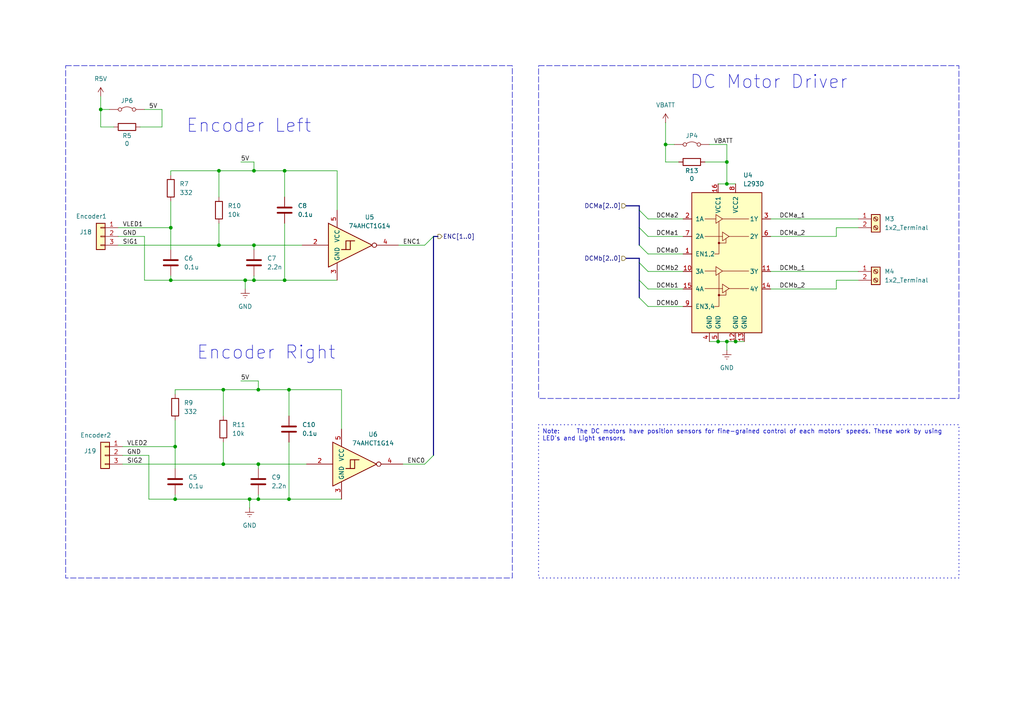
<source format=kicad_sch>
(kicad_sch (version 20231120) (generator "eeschema") (generator_version "8.0")
  (paper "A4")
  (title_block (title "Drive Motors") (rev "5.1") (company "ESE - Conestoga") (comment 1 "Nigel Sinclair"))
  (lib_symbols
    (symbol "74xGxx:74AHCT1G14"
      (property "Reference" "U" (at 0 3.81 0))
      (property "Value" "74AHCT1G14" (at 0 -3.81 0))
      (symbol "74AHCT1G14_0_1"
        (polyline (pts (xy -7.62 6.35) (xy -7.62 -6.35) (xy 5.08 0) (xy -7.62 6.35)) (stroke (width 0.254)) (fill (type background)))
      )
      (symbol "74AHCT1G14_1_1"
        (polyline (pts (xy -3.81 -1.27) (xy -1.27 -1.27) (xy -1.27 1.27)) (stroke (width 0.254)))
        (polyline (pts (xy -2.54 -1.27) (xy -2.54 1.27) (xy 0 1.27)) (stroke (width 0.254)))
        (pin no_connect line (at -7.62 5.08 180) (length 5.08) hide (name "NC") (number "1"))
        (pin input line (at -15.24 0 0) (length 7.62) (name "~") (number "2"))
        (pin power_in line (at -5.08 -10.16 90) (length 5.08) (name "GND") (number "3"))
        (pin output inverted (at 12.7 0 180) (length 7.62) (name "~") (number "4"))
        (pin power_in line (at -5.08 10.16 270) (length 5.08) (name "VCC") (number "5"))
      )
    )
    (symbol "Connector:Screw_Terminal_01x02" (pin_names (offset 1.016) hide)
      (property "Reference" "J" (at 0 2.54 0))
      (property "Value" "Screw_Terminal_01x02" (at 0 -5.08 0))
      (symbol "Screw_Terminal_01x02_1_1"
        (rectangle (start -1.27 1.27) (end 1.27 -3.81) (stroke (width 0.254)) (fill (type background)))
        (circle (center 0 -2.54) (radius 0.635) (stroke (width 0.1524)))
        (polyline (pts (xy -0.5334 -2.2098) (xy 0.3302 -3.048)) (stroke (width 0.1524)))
        (polyline (pts (xy -0.5334 0.3302) (xy 0.3302 -0.508)) (stroke (width 0.1524)))
        (polyline (pts (xy -0.3556 -2.032) (xy 0.508 -2.8702)) (stroke (width 0.1524)))
        (polyline (pts (xy -0.3556 0.508) (xy 0.508 -0.3302)) (stroke (width 0.1524)))
        (circle (center 0 0) (radius 0.635) (stroke (width 0.1524)))
        (pin passive line (at -5.08 0 0) (length 3.81) (name "Pin_1") (number "1"))
        (pin passive line (at -5.08 -2.54 0) (length 3.81) (name "Pin_2") (number "2"))
      )
    )
    (symbol "Connector_Generic:Conn_01x03" (pin_names (offset 1.016) hide)
      (property "Reference" "J" (at 0 5.08 0))
      (property "Value" "Conn_01x03" (at 0 -5.08 0))
      (symbol "Conn_01x03_1_1"
        (rectangle (start -1.27 -2.413) (end 0 -2.667) (stroke (width 0.1524)))
        (rectangle (start -1.27 0.127) (end 0 -0.127) (stroke (width 0.1524)))
        (rectangle (start -1.27 2.667) (end 0 2.413) (stroke (width 0.1524)))
        (rectangle (start -1.27 3.81) (end 1.27 -3.81) (stroke (width 0.254)) (fill (type background)))
        (pin passive line (at -5.08 2.54 0) (length 3.81) (name "Pin_1") (number "1"))
        (pin passive line (at -5.08 0 0) (length 3.81) (name "Pin_2") (number "2"))
        (pin passive line (at -5.08 -2.54 0) (length 3.81) (name "Pin_3") (number "3"))
      )
    )
    (symbol "Device:C" (pin_numbers hide) (pin_names (offset 0.254))
      (property "Reference" "C" (at 0.635 2.54 0))
      (property "Value" "C" (at 0.635 -2.54 0))
      (symbol "C_0_1"
        (polyline (pts (xy -2.032 -0.762) (xy 2.032 -0.762)) (stroke (width 0.508)))
        (polyline (pts (xy -2.032 0.762) (xy 2.032 0.762)) (stroke (width 0.508)))
      )
      (symbol "C_1_1"
        (pin passive line (at 0 3.81 270) (length 2.794) (name "~") (number "1"))
        (pin passive line (at 0 -3.81 90) (length 2.794) (name "~") (number "2"))
      )
    )
    (symbol "Device:R" (pin_numbers hide) (pin_names (offset 0))
      (property "Reference" "R" (at 2.032 0 90))
      (property "Value" "R" (at 0 0 90))
      (symbol "R_0_1"
        (rectangle (start -1.016 -2.54) (end 1.016 2.54) (stroke (width 0.254)))
      )
      (symbol "R_1_1"
        (pin passive line (at 0 3.81 270) (length 1.27) (name "~") (number "1"))
        (pin passive line (at 0 -3.81 90) (length 1.27) (name "~") (number "2"))
      )
    )
    (symbol "Driver_Motor:L293D" (pin_names (offset 1.016))
      (property "Reference" "U" (at -5.08 26.035 0))
      (property "Value" "L293D" (at -5.08 24.13 0))
      (symbol "L293D_0_1"
        (rectangle (start -10.16 22.86) (end 10.16 -17.78) (stroke (width 0.254)) (fill (type background)))
        (circle (center -2.286 -6.858) (radius 0.254) (fill (type outline)))
        (circle (center -2.286 8.255) (radius 0.254) (fill (type outline)))
        (polyline (pts (xy -6.35 -4.953) (xy -1.27 -4.953)))
        (polyline (pts (xy -6.35 0.127) (xy -3.175 0.127)))
        (polyline (pts (xy -6.35 10.16) (xy -1.27 10.16)))
        (polyline (pts (xy -6.35 15.24) (xy -3.175 15.24)))
        (polyline (pts (xy -1.27 0.127) (xy 6.35 0.127)))
        (polyline (pts (xy -1.27 15.24) (xy 6.35 15.24)))
        (polyline (pts (xy 0.635 -4.953) (xy 6.35 -4.953)))
        (polyline (pts (xy 0.635 10.16) (xy 6.35 10.16)))
        (polyline (pts (xy -2.286 -6.858) (xy -0.254 -6.858) (xy -0.254 -5.588)))
        (polyline (pts (xy -2.286 -0.635) (xy -2.286 -10.16) (xy -3.556 -10.16)))
        (polyline (pts (xy -2.286 8.255) (xy -0.254 8.255) (xy -0.254 9.525)))
        (polyline (pts (xy -2.286 14.478) (xy -2.286 5.08) (xy -3.556 5.08)))
        (polyline (pts (xy -3.175 1.397) (xy -3.175 -1.143) (xy -1.27 0.127) (xy -3.175 1.397)))
        (polyline (pts (xy -3.175 16.51) (xy -3.175 13.97) (xy -1.27 15.24) (xy -3.175 16.51)))
        (polyline (pts (xy -1.27 -3.683) (xy -1.27 -6.223) (xy 0.635 -4.953) (xy -1.27 -3.683)))
        (polyline (pts (xy -1.27 11.43) (xy -1.27 8.89) (xy 0.635 10.16) (xy -1.27 11.43)))
      )
      (symbol "L293D_1_1"
        (pin input line (at -12.7 5.08 0) (length 2.54) (name "EN1,2") (number "1"))
        (pin input line (at -12.7 0 0) (length 2.54) (name "3A") (number "10"))
        (pin output line (at 12.7 0 180) (length 2.54) (name "3Y") (number "11"))
        (pin power_in line (at 2.54 -20.32 90) (length 2.54) (name "GND") (number "12"))
        (pin power_in line (at 5.08 -20.32 90) (length 2.54) (name "GND") (number "13"))
        (pin output line (at 12.7 -5.08 180) (length 2.54) (name "4Y") (number "14"))
        (pin input line (at -12.7 -5.08 0) (length 2.54) (name "4A") (number "15"))
        (pin power_in line (at -2.54 25.4 270) (length 2.54) (name "VCC1") (number "16"))
        (pin input line (at -12.7 15.24 0) (length 2.54) (name "1A") (number "2"))
        (pin output line (at 12.7 15.24 180) (length 2.54) (name "1Y") (number "3"))
        (pin power_in line (at -5.08 -20.32 90) (length 2.54) (name "GND") (number "4"))
        (pin power_in line (at -2.54 -20.32 90) (length 2.54) (name "GND") (number "5"))
        (pin output line (at 12.7 10.16 180) (length 2.54) (name "2Y") (number "6"))
        (pin input line (at -12.7 10.16 0) (length 2.54) (name "2A") (number "7"))
        (pin power_in line (at 2.54 25.4 270) (length 2.54) (name "VCC2") (number "8"))
        (pin input line (at -12.7 -10.16 0) (length 2.54) (name "EN3,4") (number "9"))
      )
    )
    (symbol "Jumper:Jumper_2_Bridged" (pin_numbers hide) (pin_names (offset 0) hide) (exclude_from_sim yes)
      (property "Reference" "JP" (at 0 1.905 0))
      (property "Value" "Jumper_2_Bridged" (at 0 -2.54 0))
      (symbol "Jumper_2_Bridged_0_0"
        (circle (center -2.032 0) (radius 0.508))
        (circle (center 2.032 0) (radius 0.508))
      )
      (symbol "Jumper_2_Bridged_0_1"
        (arc (start 1.524 0.254) (mid 0 0.762) (end -1.524 0.254))
      )
      (symbol "Jumper_2_Bridged_1_1"
        (pin passive line (at -5.08 0 0) (length 2.54) (name "A") (number "1"))
        (pin passive line (at 5.08 0 180) (length 2.54) (name "B") (number "2"))
      )
    )
    (symbol "power:+3V3" (power) (pin_numbers hide) (pin_names (offset 0) hide)
      (property "Value" "+3V3" (at 0 3.556 0))
      (symbol "+3V3_0_1"
        (polyline (pts (xy -0.762 1.27) (xy 0 2.54)))
        (polyline (pts (xy 0 0) (xy 0 2.54)))
        (polyline (pts (xy 0 2.54) (xy 0.762 1.27)))
      )
      (symbol "+3V3_1_1"
        (pin power_in line (at 0 0 90) (length 0) (name "~") (number "1"))
      )
    )
    (symbol "power:GNDREF" (power) (pin_numbers hide) (pin_names (offset 0) hide)
      (property "Value" "GNDREF" (at 0 -3.81 0))
      (symbol "GNDREF_0_1"
        (polyline (pts (xy -0.635 -1.905) (xy 0.635 -1.905)))
        (polyline (pts (xy -0.127 -2.54) (xy 0.127 -2.54)))
        (polyline (pts (xy 0 -1.27) (xy 0 0)))
        (polyline (pts (xy 1.27 -1.27) (xy -1.27 -1.27)))
      )
      (symbol "GNDREF_1_1"
        (pin power_in line (at 0 0 270) (length 0) (name "~") (number "1"))
      )
    )
  )
  (junction (at 73.66 81.28))
  (junction (at 73.66 71.12))
  (junction (at 74.93 113.03))
  (junction (at 210.82 99.06))
  (junction (at 73.66 49.53))
  (junction (at 210.82 46.99))
  (junction (at 83.82 144.78))
  (junction (at 63.5 71.12))
  (junction (at 50.8 129.54))
  (junction (at 210.82 53.34))
  (junction (at 82.55 49.53))
  (junction (at 64.77 113.03))
  (junction (at 74.93 134.62))
  (junction (at 49.53 66.04))
  (junction (at 49.53 81.28))
  (junction (at 83.82 113.03))
  (junction (at 64.77 134.62))
  (junction (at 208.28 99.06))
  (junction (at 82.55 81.28))
  (junction (at 29.21 31.75))
  (junction (at 72.39 144.78))
  (junction (at 50.8 144.78))
  (junction (at 74.93 144.78))
  (junction (at 71.12 81.28))
  (junction (at 213.36 99.06))
  (junction (at 63.5 49.53))
  (junction (at 193.04 41.91))
  (bus_entry (at 185.42 86.36) (size 2.54 2.54))
  (bus_entry (at 185.42 81.28) (size 2.54 2.54))
  (bus_entry (at 185.42 71.12) (size 2.54 2.54))
  (bus_entry (at 185.42 66.04) (size 2.54 2.54))
  (bus_entry (at 185.42 60.96) (size 2.54 2.54))
  (bus_entry (at 123.19 71.12) (size 2.54 -2.54))
  (bus_entry (at 123.19 134.62) (size 2.54 -2.54))
  (bus_entry (at 185.42 76.2) (size 2.54 2.54))
  (wire (pts (xy 83.82 128.27) (xy 83.82 144.78)))
  (wire (pts (xy 46.99 31.75) (xy 46.99 36.83)))
  (bus (pts (xy 181.61 59.69) (xy 185.42 59.69)))
  (wire (pts (xy 242.57 81.28) (xy 248.92 81.28)))
  (wire (pts (xy 64.77 113.03) (xy 50.8 113.03)))
  (wire (pts (xy 74.93 135.89) (xy 74.93 134.62)))
  (wire (pts (xy 50.8 113.03) (xy 50.8 114.3)))
  (bus (pts (xy 185.42 60.96) (xy 185.42 66.04)))
  (wire (pts (xy 41.91 68.58) (xy 41.91 81.28)))
  (wire (pts (xy 210.82 46.99) (xy 210.82 53.34)))
  (bus (pts (xy 185.42 59.69) (xy 185.42 60.96)))
  (wire (pts (xy 29.21 31.75) (xy 29.21 36.83)))
  (wire (pts (xy 72.39 144.78) (xy 74.93 144.78)))
  (wire (pts (xy 223.52 63.5) (xy 248.92 63.5)))
  (wire (pts (xy 50.8 129.54) (xy 50.8 135.89)))
  (wire (pts (xy 35.56 134.62) (xy 64.77 134.62)))
  (wire (pts (xy 82.55 49.53) (xy 82.55 57.15)))
  (wire (pts (xy 69.85 110.49) (xy 74.93 110.49)))
  (wire (pts (xy 50.8 121.92) (xy 50.8 129.54)))
  (wire (pts (xy 50.8 144.78) (xy 72.39 144.78)))
  (bus (pts (xy 181.61 74.93) (xy 185.42 74.93)))
  (wire (pts (xy 82.55 49.53) (xy 97.79 49.53)))
  (wire (pts (xy 74.93 144.78) (xy 83.82 144.78)))
  (wire (pts (xy 34.29 68.58) (xy 41.91 68.58)))
  (wire (pts (xy 196.85 46.99) (xy 193.04 46.99)))
  (wire (pts (xy 74.93 113.03) (xy 64.77 113.03)))
  (wire (pts (xy 187.96 63.5) (xy 198.12 63.5)))
  (wire (pts (xy 71.12 81.28) (xy 73.66 81.28)))
  (wire (pts (xy 97.79 60.96) (xy 97.79 49.53)))
  (wire (pts (xy 50.8 143.51) (xy 50.8 144.78)))
  (wire (pts (xy 74.93 113.03) (xy 83.82 113.03)))
  (wire (pts (xy 64.77 120.65) (xy 64.77 113.03)))
  (wire (pts (xy 205.74 99.06) (xy 208.28 99.06)))
  (wire (pts (xy 242.57 83.82) (xy 242.57 81.28)))
  (wire (pts (xy 49.53 81.28) (xy 71.12 81.28)))
  (wire (pts (xy 193.04 41.91) (xy 193.04 46.99)))
  (wire (pts (xy 208.28 99.06) (xy 210.82 99.06)))
  (wire (pts (xy 83.82 144.78) (xy 99.06 144.78)))
  (wire (pts (xy 73.66 49.53) (xy 82.55 49.53)))
  (wire (pts (xy 223.52 83.82) (xy 242.57 83.82)))
  (wire (pts (xy 33.02 36.83) (xy 29.21 36.83)))
  (wire (pts (xy 63.5 71.12) (xy 73.66 71.12)))
  (wire (pts (xy 49.53 66.04) (xy 49.53 72.39)))
  (wire (pts (xy 187.96 88.9) (xy 198.12 88.9)))
  (wire (pts (xy 29.21 31.75) (xy 31.75 31.75)))
  (wire (pts (xy 64.77 134.62) (xy 74.93 134.62)))
  (wire (pts (xy 213.36 99.06) (xy 215.9 99.06)))
  (wire (pts (xy 193.04 35.56) (xy 193.04 41.91)))
  (wire (pts (xy 210.82 99.06) (xy 210.82 101.6)))
  (wire (pts (xy 34.29 66.04) (xy 49.53 66.04)))
  (wire (pts (xy 72.39 144.78) (xy 72.39 147.32)))
  (wire (pts (xy 187.96 78.74) (xy 198.12 78.74)))
  (wire (pts (xy 63.5 64.77) (xy 63.5 71.12)))
  (wire (pts (xy 223.52 78.74) (xy 248.92 78.74)))
  (bus (pts (xy 185.42 66.04) (xy 185.42 71.12)))
  (wire (pts (xy 223.52 68.58) (xy 242.57 68.58)))
  (wire (pts (xy 213.36 99.06) (xy 210.82 99.06)))
  (bus (pts (xy 185.42 76.2) (xy 185.42 74.93)))
  (wire (pts (xy 71.12 81.28) (xy 71.12 83.82)))
  (wire (pts (xy 64.77 128.27) (xy 64.77 134.62)))
  (wire (pts (xy 187.96 83.82) (xy 198.12 83.82)))
  (wire (pts (xy 83.82 113.03) (xy 83.82 120.65)))
  (wire (pts (xy 83.82 113.03) (xy 99.06 113.03)))
  (wire (pts (xy 74.93 134.62) (xy 88.9 134.62)))
  (wire (pts (xy 204.47 46.99) (xy 210.82 46.99)))
  (wire (pts (xy 99.06 124.46) (xy 99.06 113.03)))
  (bus (pts (xy 125.73 68.58) (xy 125.73 132.08)))
  (wire (pts (xy 205.74 41.91) (xy 210.82 41.91)))
  (wire (pts (xy 187.96 73.66) (xy 198.12 73.66)))
  (wire (pts (xy 35.56 132.08) (xy 43.18 132.08)))
  (wire (pts (xy 69.85 46.99) (xy 73.66 46.99)))
  (wire (pts (xy 242.57 66.04) (xy 248.92 66.04)))
  (wire (pts (xy 210.82 53.34) (xy 208.28 53.34)))
  (wire (pts (xy 115.57 71.12) (xy 123.19 71.12)))
  (wire (pts (xy 74.93 143.51) (xy 74.93 144.78)))
  (wire (pts (xy 35.56 129.54) (xy 50.8 129.54)))
  (wire (pts (xy 73.66 71.12) (xy 87.63 71.12)))
  (wire (pts (xy 40.64 36.83) (xy 46.99 36.83)))
  (wire (pts (xy 49.53 80.01) (xy 49.53 81.28)))
  (bus (pts (xy 185.42 76.2) (xy 185.42 81.28)))
  (wire (pts (xy 43.18 132.08) (xy 43.18 144.78)))
  (wire (pts (xy 210.82 41.91) (xy 210.82 46.99)))
  (wire (pts (xy 34.29 71.12) (xy 63.5 71.12)))
  (wire (pts (xy 73.66 49.53) (xy 63.5 49.53)))
  (wire (pts (xy 210.82 53.34) (xy 213.36 53.34)))
  (wire (pts (xy 73.66 81.28) (xy 82.55 81.28)))
  (bus (pts (xy 185.42 81.28) (xy 185.42 86.36)))
  (wire (pts (xy 41.91 81.28) (xy 49.53 81.28)))
  (wire (pts (xy 49.53 49.53) (xy 49.53 50.8)))
  (wire (pts (xy 29.21 27.94) (xy 29.21 31.75)))
  (bus (pts (xy 125.73 68.58) (xy 127 68.58)))
  (wire (pts (xy 41.91 31.75) (xy 46.99 31.75)))
  (wire (pts (xy 193.04 41.91) (xy 195.58 41.91)))
  (wire (pts (xy 63.5 57.15) (xy 63.5 49.53)))
  (wire (pts (xy 73.66 46.99) (xy 73.66 49.53)))
  (wire (pts (xy 73.66 80.01) (xy 73.66 81.28)))
  (wire (pts (xy 116.84 134.62) (xy 123.19 134.62)))
  (wire (pts (xy 73.66 72.39) (xy 73.66 71.12)))
  (wire (pts (xy 82.55 81.28) (xy 97.79 81.28)))
  (wire (pts (xy 43.18 144.78) (xy 50.8 144.78)))
  (wire (pts (xy 242.57 68.58) (xy 242.57 66.04)))
  (wire (pts (xy 187.96 68.58) (xy 198.12 68.58)))
  (wire (pts (xy 82.55 64.77) (xy 82.55 81.28)))
  (wire (pts (xy 49.53 49.53) (xy 63.5 49.53)))
  (wire (pts (xy 49.53 58.42) (xy 49.53 66.04)))
  (wire (pts (xy 74.93 110.49) (xy 74.93 113.03)))
  (rectangle (start 19.05 19.05) (end 148.59 167.64) (stroke (width 0) (type dash)))
  (rectangle (start 156.21 19.05) (end 278.13 115.57) (stroke (width 0) (type dash)))
  (text_box "Note: 	The DC motors have position sensors for fine-grained control of each motors' speeds. These work by using LED's and Light sensors." (at 156.21 123.19 0) (size 121.92 44.45) (stroke (width 0.254) (type dot)) (effects (font (size 1.27 1.27)) (justify left top)))
  (text "Encoder Left	" (at 84.074 36.576 0) (effects (font (size 3.81 3.81))))
  (text "DC Motor Driver\n" (at 223.012 23.876 0) (effects (font (size 3.81 3.81))))
  (text "Encoder Right" (at 77.216 102.362 0) (effects (font (size 3.81 3.81))))
  (label "DCMa0" (at 196.85 73.66 180))
  (label "DCMa2" (at 196.85 63.5 180))
  (label "DCMb2" (at 196.85 78.74 180))
  (label "GND" (at 35.56 68.58 0))
  (label "ENC1" (at 116.84 71.12 0))
  (label "SIG1" (at 35.56 71.12 0))
  (label "DCMa_1" (at 226.06 63.5 0))
  (label "ENC0" (at 118.11 134.62 0))
  (label "DCMa_2" (at 226.06 68.58 0))
  (label "5V" (at 69.85 110.49 0))
  (label "DCMb_2" (at 226.06 83.82 0))
  (label "DCMa1" (at 196.85 68.58 180))
  (label "5V" (at 69.85 46.99 0))
  (label "SIG2" (at 36.83 134.62 0))
  (label "5V" (at 43.18 31.75 0))
  (label "VLED1" (at 35.56 66.04 0))
  (label "VBATT" (at 207.01 41.91 0))
  (label "DCMb0" (at 196.85 88.9 180))
  (label "VLED2" (at 36.83 129.54 0))
  (label "DCMb1" (at 196.85 83.82 180))
  (label "DCMb_1" (at 226.06 78.74 0))
  (label "GND" (at 36.83 132.08 0))
  (hierarchical_label "ENC[1..0]" (shape output) (at 127 68.58 0))
  (hierarchical_label "DCMa[2..0]" (shape input) (at 181.61 59.69 180))
  (hierarchical_label "DCMb[2..0]" (shape input) (at 181.61 74.93 180))
  (symbol (lib_id "Device:R") (at 49.53 54.61 0) (unit 1)
    (property "Reference" "R7" (at 52.07 53.3399 0) (effects (justify left)))
    (property "Value" "332" (at 52.07 55.8799 0) (effects (justify left)))
    (property "Description" "Resistor" (effects (hide yes)))
  )
  (symbol (lib_id "Device:C") (at 49.53 76.2 0) (unit 1)
    (property "Reference" "C6" (at 53.34 74.9299 0) (effects (justify left)))
    (property "Value" "0.1u" (at 53.34 77.4699 0) (effects (justify left)))
    (property "Description" "Unpolarized capacitor" (effects (hide yes)))
  )
  (symbol (lib_id "Device:R") (at 63.5 60.96 0) (unit 1)
    (property "Reference" "R10" (at 66.04 59.6899 0) (effects (justify left)))
    (property "Value" "10k" (at 66.04 62.2299 0) (effects (justify left)))
    (property "Description" "Resistor" (effects (hide yes)))
  )
  (symbol (lib_id "74xGxx:74AHCT1G14") (at 102.87 71.12 0) (unit 1)
    (property "Reference" "U5" (at 107.188 62.992 0))
    (property "Value" "74AHCT1G14" (at 107.188 65.532 0))
    (property "Datasheet" "https://www.ti.com/lit/sg/scyt129e/scyt129e.pdf" (effects (hide yes)))
    (property "Description" "Single Schmitt NOT Gate, Low-Voltage CMOS" (effects (hide yes)))
  )
  (symbol (lib_id "Device:R") (at 36.83 36.83 90) (unit 1)
    (property "Reference" "R5" (at 36.83 39.37 90))
    (property "Value" "0" (at 36.83 41.656 90))
    (property "Description" "Resistor" (effects (hide yes)))
  )
  (symbol (lib_id "power:+3V3") (at 193.04 35.56 0) (unit 1)
    (property "Reference" "#PWR030" (effects (hide yes)))
    (property "Value" "VBATT" (at 193.04 30.48 0))
    (property "Description" "Power symbol creates a global label with name \"+3V3\"" (effects (hide yes)))
  )
  (symbol (lib_id "Device:C") (at 50.8 139.7 0) (unit 1)
    (property "Reference" "C5" (at 54.61 138.4299 0) (effects (justify left)))
    (property "Value" "0.1u" (at 54.61 140.9699 0) (effects (justify left)))
    (property "Description" "Unpolarized capacitor" (effects (hide yes)))
  )
  (symbol (lib_id "74xGxx:74AHCT1G14") (at 104.14 134.62 0) (unit 1)
    (property "Reference" "U6" (at 108.204 125.984 0))
    (property "Value" "74AHCT1G14" (at 108.204 128.524 0))
    (property "Datasheet" "https://www.ti.com/lit/sg/scyt129e/scyt129e.pdf" (effects (hide yes)))
    (property "Description" "Single Schmitt NOT Gate, Low-Voltage CMOS" (effects (hide yes)))
  )
  (symbol (lib_id "Connector:Screw_Terminal_01x02") (at 254 63.5 0) (unit 1)
    (property "Reference" "M3" (at 256.54 63.4999 0) (effects (justify left)))
    (property "Value" "1x2_Terminal" (at 256.54 66.0399 0) (effects (justify left)))
    (property "Description" "Generic screw terminal, single row, 01x02, script generated (kicad-library-utils/schlib/autogen/connector/)" (effects (hide yes)))
  )
  (symbol (lib_id "Jumper:Jumper_2_Bridged") (at 200.66 41.91 0) (unit 1) (exclude_from_sim yes)
    (property "Reference" "JP4" (at 200.66 39.37 0))
    (property "Value" "Jumper_2_Bridged" (effects (hide yes)))
    (property "Description" "Jumper, 2-pole, closed/bridged" (effects (hide yes)))
  )
  (symbol (lib_id "Connector:Screw_Terminal_01x02") (at 254 78.74 0) (unit 1)
    (property "Reference" "M4" (at 256.54 78.7399 0) (effects (justify left)))
    (property "Value" "1x2_Terminal" (at 256.54 81.2799 0) (effects (justify left)))
    (property "Description" "Generic screw terminal, single row, 01x02, script generated (kicad-library-utils/schlib/autogen/connector/)" (effects (hide yes)))
  )
  (symbol (lib_id "Device:C") (at 82.55 60.96 0) (unit 1)
    (property "Reference" "C8" (at 86.36 59.6899 0) (effects (justify left)))
    (property "Value" "0.1u" (at 86.36 62.2299 0) (effects (justify left)))
    (property "Description" "Unpolarized capacitor" (effects (hide yes)))
  )
  (symbol (lib_id "Device:R") (at 50.8 118.11 0) (unit 1)
    (property "Reference" "R9" (at 53.34 116.8399 0) (effects (justify left)))
    (property "Value" "332" (at 53.34 119.3799 0) (effects (justify left)))
    (property "Description" "Resistor" (effects (hide yes)))
  )
  (symbol (lib_id "Device:C") (at 83.82 124.46 0) (unit 1)
    (property "Reference" "C10" (at 87.63 123.1899 0) (effects (justify left)))
    (property "Value" "0.1u" (at 87.63 125.7299 0) (effects (justify left)))
    (property "Description" "Unpolarized capacitor" (effects (hide yes)))
  )
  (symbol (lib_id "Connector_Generic:Conn_01x03") (at 30.48 132.08 0) (mirror y) (unit 1)
    (property "Reference" "J19" (at 27.94 130.8099 0) (effects (justify left)))
    (property "Value" "Encoder2" (at 32.258 126.238 0) (effects (justify left)))
    (property "Description" "Generic connector, single row, 01x03, script generated (kicad-library-utils/schlib/autogen/connector/)" (effects (hide yes)))
  )
  (symbol (lib_id "power:GNDREF") (at 72.39 147.32 0) (unit 1)
    (property "Reference" "#PWR010" (effects (hide yes)))
    (property "Value" "GND" (at 72.39 152.4 0))
    (property "Description" "Power symbol creates a global label with name \"GNDREF\" , reference supply ground" (effects (hide yes)))
  )
  (symbol (lib_id "Driver_Motor:L293D") (at 210.82 78.74 0) (unit 1)
    (property "Reference" "U4" (at 215.5541 50.8 0) (effects (justify left)))
    (property "Value" "L293D" (at 215.5541 53.34 0) (effects (justify left)))
    (property "Footprint" "Package_DIP:DIP-20_W7.62mm_SMDSocket_SmallPads" (effects (hide yes)))
    (property "Datasheet" "http://www.ti.com/lit/ds/symlink/l293.pdf" (effects (hide yes)))
    (property "Description" "Quadruple Half-H Drivers" (effects (hide yes)))
  )
  (symbol (lib_id "Device:R") (at 64.77 124.46 0) (unit 1)
    (property "Reference" "R11" (at 67.31 123.1899 0) (effects (justify left)))
    (property "Value" "10k" (at 67.31 125.7299 0) (effects (justify left)))
    (property "Description" "Resistor" (effects (hide yes)))
  )
  (symbol (lib_id "Jumper:Jumper_2_Bridged") (at 36.83 31.75 0) (unit 1) (exclude_from_sim yes)
    (property "Reference" "JP6" (at 36.83 29.21 0))
    (property "Value" "Jumper_2_Bridged" (effects (hide yes)))
    (property "Description" "Jumper, 2-pole, closed/bridged" (effects (hide yes)))
  )
  (symbol (lib_id "power:GNDREF") (at 71.12 83.82 0) (unit 1)
    (property "Reference" "#PWR09" (effects (hide yes)))
    (property "Value" "GND" (at 71.12 88.9 0))
    (property "Description" "Power symbol creates a global label with name \"GNDREF\" , reference supply ground" (effects (hide yes)))
  )
  (symbol (lib_id "Device:R") (at 200.66 46.99 90) (unit 1)
    (property "Reference" "R13" (at 200.66 49.53 90))
    (property "Value" "0" (at 200.66 51.816 90))
    (property "Description" "Resistor" (effects (hide yes)))
  )
  (symbol (lib_id "Device:C") (at 73.66 76.2 0) (unit 1)
    (property "Reference" "C7" (at 77.47 74.9299 0) (effects (justify left)))
    (property "Value" "2.2n" (at 77.47 77.4699 0) (effects (justify left)))
    (property "Description" "Unpolarized capacitor" (effects (hide yes)))
  )
  (symbol (lib_id "power:GNDREF") (at 210.82 101.6 0) (unit 1)
    (property "Reference" "#PWR012" (effects (hide yes)))
    (property "Value" "GND" (at 210.82 106.68 0))
    (property "Description" "Power symbol creates a global label with name \"GNDREF\" , reference supply ground" (effects (hide yes)))
  )
  (symbol (lib_id "Connector_Generic:Conn_01x03") (at 29.21 68.58 0) (mirror y) (unit 1)
    (property "Reference" "J18" (at 26.67 67.3099 0) (effects (justify left)))
    (property "Value" "Encoder1" (at 30.988 62.738 0) (effects (justify left)))
    (property "Description" "Generic connector, single row, 01x03, script generated (kicad-library-utils/schlib/autogen/connector/)" (effects (hide yes)))
  )
  (symbol (lib_id "Device:C") (at 74.93 139.7 0) (unit 1)
    (property "Reference" "C9" (at 78.74 138.4299 0) (effects (justify left)))
    (property "Value" "2.2n" (at 78.74 140.9699 0) (effects (justify left)))
    (property "Description" "Unpolarized capacitor" (effects (hide yes)))
  )
  (symbol (lib_id "power:+3V3") (at 29.21 27.94 0) (unit 1)
    (property "Reference" "#PWR029" (effects (hide yes)))
    (property "Value" "R5V" (at 29.21 22.86 0))
    (property "Description" "Power symbol creates a global label with name \"+3V3\"" (effects (hide yes)))
  )
)
</source>
